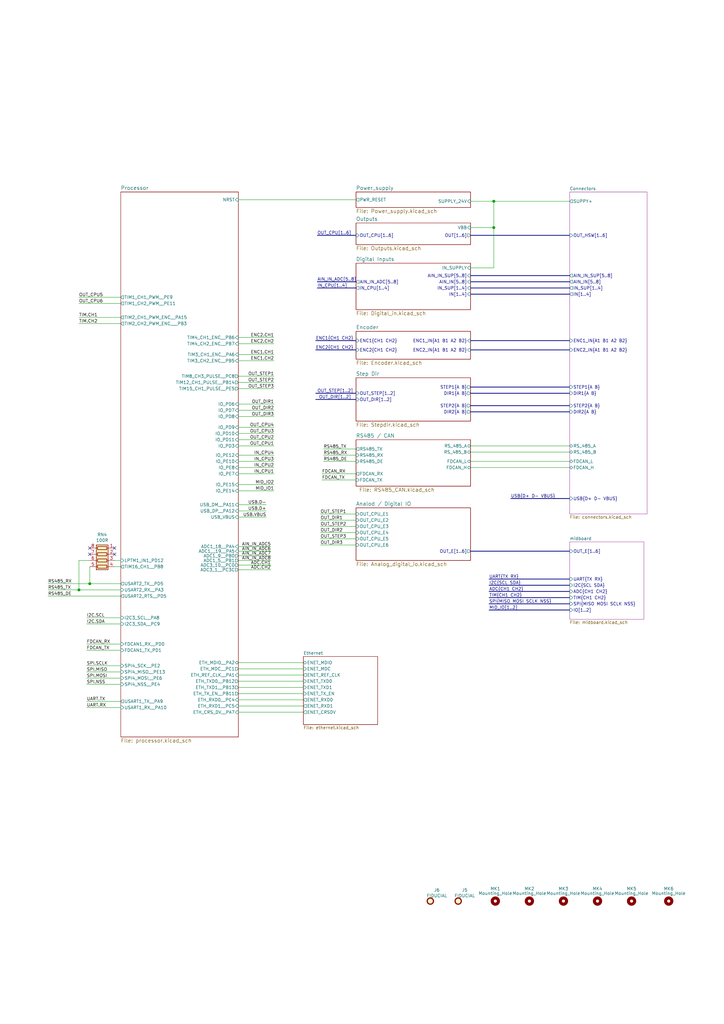
<source format=kicad_sch>
(kicad_sch (version 20201015) (generator eeschema)
  (paper "A3" portrait)
  (title_block (title "Uni printer") (date "2020-04-30") (rev "2.0") (company "Kartech") (comment 1 "jaroslaw.karwik@gmail.com"))
  (lib_symbols
    (symbol "Uni_Printer-rescue:Fiducial-Mechanical"
      (property "Reference" "FID" (at 0 5.08 0))
      (property "Value" "Fiducial-Mechanical" (at 0 3.175 0))
      (symbol "Fiducial-Mechanical_0_1"
        (circle (center 0 0) (radius 1.27) (stroke (width 0.508)) (fill (type background)))
      )
    )
    (symbol "Uni_Printer-rescue:Mounting_Hole-Sensor_tank_v1-rescue-Uni_General_v1-rescue-Uni_Printer_v1-rescue" (pin_names (offset 1.016))
      (property "Reference" "MK" (at 0 5.08 0))
      (property "Value" "Mounting_Hole-Sensor_tank_v1-rescue-Uni_General_v1-rescue-Uni_Printer_v1-rescue" (at 0 3.175 0))
      (symbol "Mounting_Hole-Sensor_tank_v1-rescue-Uni_General_v1-rescue-Uni_Printer_v1-rescue_0_1"
        (circle (center 0 0) (radius 1.27) (stroke (width 1.27)))
      )
    )
    (symbol "Uni_Printer-rescue:R_Pack04-Device" (pin_names (offset 0) hide)
      (property "Reference" "RN" (at -7.62 0 90))
      (property "Value" "R_Pack04-Device" (at 5.08 0 90))
      (symbol "R_Pack04-Device_0_1"
        (rectangle (start -5.715 1.905) (end -4.445 -1.905) (stroke (width 0.254)))
        (rectangle (start -3.175 1.905) (end -1.905 -1.905) (stroke (width 0.254)))
        (rectangle (start -0.635 1.905) (end 0.635 -1.905) (stroke (width 0.254)))
        (rectangle (start 1.905 1.905) (end 3.175 -1.905) (stroke (width 0.254)))
        (rectangle (start -6.35 -2.413) (end 3.81 2.413) (stroke (width 0.254)) (fill (type background)))
        (polyline (pts (xy -5.08 -2.54) (xy -5.08 -1.905)))
        (polyline (pts (xy -5.08 1.905) (xy -5.08 2.54)))
        (polyline (pts (xy -2.54 -2.54) (xy -2.54 -1.905)))
        (polyline (pts (xy -2.54 1.905) (xy -2.54 2.54)))
        (polyline (pts (xy 0 -2.54) (xy 0 -1.905)))
        (polyline (pts (xy 0 1.905) (xy 0 2.54)))
        (polyline (pts (xy 2.54 -2.54) (xy 2.54 -1.905)))
        (polyline (pts (xy 2.54 1.905) (xy 2.54 2.54)))
      )
      (symbol "R_Pack04-Device_1_1"
        (pin passive line (at -5.08 -5.08 90) (length 2.54) (name "R1.1") (number "1"))
        (pin passive line (at -2.54 -5.08 90) (length 2.54) (name "R2.1") (number "2"))
        (pin passive line (at 0 -5.08 90) (length 2.54) (name "R3.1") (number "3"))
        (pin passive line (at 2.54 -5.08 90) (length 2.54) (name "R4.1") (number "4"))
        (pin passive line (at 2.54 5.08 270) (length 2.54) (name "R4.2") (number "5"))
        (pin passive line (at 0 5.08 270) (length 2.54) (name "R3.2") (number "6"))
        (pin passive line (at -2.54 5.08 270) (length 2.54) (name "R2.2") (number "7"))
        (pin passive line (at -5.08 5.08 270) (length 2.54) (name "R1.2") (number "8"))
      )
    )
  )
  (junction (at 32.385 241.935) (diameter 1.016))
  (junction (at 36.83 239.395) (diameter 1.016))
  (junction (at 202.565 82.55) (diameter 1.016))
  (junction (at 202.565 93.345) (diameter 1.016))
  (no_connect (at 36.83 224.79))
  (no_connect (at 36.83 227.33))
  (no_connect (at 46.99 224.79))
  (no_connect (at 46.99 227.33))
  (wire (pts (xy 19.685 239.395) (xy 36.83 239.395)))
  (wire (pts (xy 19.685 241.935) (xy 32.385 241.935)))
  (wire (pts (xy 19.685 244.475) (xy 49.53 244.475)))
  (wire (pts (xy 32.385 124.46) (xy 49.53 124.46)))
  (wire (pts (xy 32.385 130.175) (xy 49.53 130.175)))
  (wire (pts (xy 32.385 132.715) (xy 49.53 132.715)))
  (wire (pts (xy 32.385 229.87) (xy 32.385 241.935)))
  (wire (pts (xy 32.385 241.935) (xy 49.53 241.935)))
  (wire (pts (xy 35.56 253.365) (xy 49.53 253.365)))
  (wire (pts (xy 35.56 255.905) (xy 49.53 255.905)))
  (wire (pts (xy 35.56 264.16) (xy 49.53 264.16)))
  (wire (pts (xy 35.56 266.7) (xy 49.53 266.7)))
  (wire (pts (xy 35.56 273.05) (xy 49.53 273.05)))
  (wire (pts (xy 35.56 275.59) (xy 49.53 275.59)))
  (wire (pts (xy 35.56 278.13) (xy 49.53 278.13)))
  (wire (pts (xy 35.56 280.67) (xy 49.53 280.67)))
  (wire (pts (xy 35.56 287.655) (xy 49.53 287.655)))
  (wire (pts (xy 35.56 290.195) (xy 49.53 290.195)))
  (wire (pts (xy 36.83 229.87) (xy 32.385 229.87)))
  (wire (pts (xy 36.83 232.41) (xy 36.83 239.395)))
  (wire (pts (xy 36.83 239.395) (xy 49.53 239.395)))
  (wire (pts (xy 46.99 229.87) (xy 49.53 229.87)))
  (wire (pts (xy 46.99 232.41) (xy 49.53 232.41)))
  (wire (pts (xy 49.53 121.92) (xy 32.385 121.92)))
  (wire (pts (xy 97.79 138.43) (xy 112.395 138.43)))
  (wire (pts (xy 97.79 140.97) (xy 112.395 140.97)))
  (wire (pts (xy 97.79 145.415) (xy 112.395 145.415)))
  (wire (pts (xy 97.79 147.955) (xy 112.395 147.955)))
  (wire (pts (xy 97.79 154.305) (xy 112.395 154.305)))
  (wire (pts (xy 97.79 156.845) (xy 112.395 156.845)))
  (wire (pts (xy 97.79 159.385) (xy 112.395 159.385)))
  (wire (pts (xy 97.79 165.735) (xy 112.395 165.735)))
  (wire (pts (xy 97.79 168.275) (xy 112.395 168.275)))
  (wire (pts (xy 97.79 170.815) (xy 112.395 170.815)))
  (wire (pts (xy 97.79 177.8) (xy 112.395 177.8)))
  (wire (pts (xy 97.79 182.88) (xy 112.395 182.88)))
  (wire (pts (xy 97.79 189.23) (xy 112.395 189.23)))
  (wire (pts (xy 97.79 194.31) (xy 112.395 194.31)))
  (wire (pts (xy 97.79 201.295) (xy 112.395 201.295)))
  (wire (pts (xy 97.79 207.01) (xy 109.22 207.01)))
  (wire (pts (xy 97.79 209.55) (xy 109.22 209.55)))
  (wire (pts (xy 97.79 212.09) (xy 109.22 212.09)))
  (wire (pts (xy 97.79 224.155) (xy 111.125 224.155)))
  (wire (pts (xy 97.79 226.06) (xy 111.125 226.06)))
  (wire (pts (xy 97.79 227.965) (xy 111.125 227.965)))
  (wire (pts (xy 97.79 229.87) (xy 111.125 229.87)))
  (wire (pts (xy 97.79 231.775) (xy 111.125 231.775)))
  (wire (pts (xy 97.79 233.68) (xy 111.125 233.68)))
  (wire (pts (xy 97.79 271.78) (xy 124.46 271.78)))
  (wire (pts (xy 97.79 274.32) (xy 124.46 274.32)))
  (wire (pts (xy 97.79 276.86) (xy 124.46 276.86)))
  (wire (pts (xy 97.79 279.4) (xy 124.46 279.4)))
  (wire (pts (xy 97.79 281.94) (xy 124.46 281.94)))
  (wire (pts (xy 97.79 284.48) (xy 124.46 284.48)))
  (wire (pts (xy 97.79 287.02) (xy 124.46 287.02)))
  (wire (pts (xy 97.79 289.56) (xy 124.46 289.56)))
  (wire (pts (xy 97.79 292.1) (xy 124.46 292.1)))
  (wire (pts (xy 112.395 175.26) (xy 97.79 175.26)))
  (wire (pts (xy 112.395 180.34) (xy 97.79 180.34)))
  (wire (pts (xy 112.395 186.69) (xy 97.79 186.69)))
  (wire (pts (xy 112.395 191.77) (xy 97.79 191.77)))
  (wire (pts (xy 112.395 198.755) (xy 97.79 198.755)))
  (wire (pts (xy 132.08 194.31) (xy 146.05 194.31)))
  (wire (pts (xy 132.08 196.85) (xy 146.05 196.85)))
  (wire (pts (xy 132.715 184.15) (xy 146.05 184.15)))
  (wire (pts (xy 132.715 186.69) (xy 146.05 186.69)))
  (wire (pts (xy 132.715 189.23) (xy 146.05 189.23)))
  (wire (pts (xy 146.05 81.915) (xy 97.79 81.915)))
  (wire (pts (xy 146.05 210.82) (xy 131.445 210.82)))
  (wire (pts (xy 146.05 213.36) (xy 131.445 213.36)))
  (wire (pts (xy 146.05 215.9) (xy 131.445 215.9)))
  (wire (pts (xy 146.05 218.44) (xy 131.445 218.44)))
  (wire (pts (xy 146.05 220.98) (xy 131.445 220.98)))
  (wire (pts (xy 146.05 223.52) (xy 131.445 223.52)))
  (wire (pts (xy 193.04 82.55) (xy 202.565 82.55)))
  (wire (pts (xy 193.04 93.345) (xy 202.565 93.345)))
  (wire (pts (xy 193.04 109.855) (xy 202.565 109.855)))
  (wire (pts (xy 193.04 182.88) (xy 233.68 182.88)))
  (wire (pts (xy 193.04 185.42) (xy 233.68 185.42)))
  (wire (pts (xy 193.04 189.23) (xy 233.68 189.23)))
  (wire (pts (xy 193.04 191.77) (xy 233.68 191.77)))
  (wire (pts (xy 202.565 82.55) (xy 233.68 82.55)))
  (wire (pts (xy 202.565 93.345) (xy 202.565 82.55)))
  (wire (pts (xy 202.565 109.855) (xy 202.565 93.345)))
  (bus (pts (xy 129.54 139.7) (xy 146.05 139.7)))
  (bus (pts (xy 129.54 143.51) (xy 146.05 143.51)))
  (bus (pts (xy 129.54 161.29) (xy 146.05 161.29)))
  (bus (pts (xy 129.54 163.83) (xy 146.05 163.83)))
  (bus (pts (xy 130.175 96.52) (xy 146.05 96.52)))
  (bus (pts (xy 130.175 115.57) (xy 146.05 115.57)))
  (bus (pts (xy 130.175 118.11) (xy 146.05 118.11)))
  (bus (pts (xy 193.04 96.52) (xy 233.68 96.52)))
  (bus (pts (xy 193.04 113.03) (xy 233.68 113.03)))
  (bus (pts (xy 193.04 115.57) (xy 233.68 115.57)))
  (bus (pts (xy 193.04 118.11) (xy 233.68 118.11)))
  (bus (pts (xy 193.04 120.65) (xy 233.68 120.65)))
  (bus (pts (xy 193.04 139.7) (xy 233.68 139.7)))
  (bus (pts (xy 193.04 143.51) (xy 233.68 143.51)))
  (bus (pts (xy 193.04 158.75) (xy 233.68 158.75)))
  (bus (pts (xy 193.04 161.29) (xy 233.68 161.29)))
  (bus (pts (xy 193.04 166.37) (xy 233.68 166.37)))
  (bus (pts (xy 193.04 168.91) (xy 233.68 168.91)))
  (bus (pts (xy 193.04 226.06) (xy 233.68 226.06)))
  (bus (pts (xy 200.66 237.49) (xy 233.68 237.49)))
  (bus (pts (xy 200.66 240.03) (xy 233.68 240.03)))
  (bus (pts (xy 200.66 242.57) (xy 233.68 242.57)))
  (bus (pts (xy 200.66 245.11) (xy 233.68 245.11)))
  (bus (pts (xy 200.66 247.65) (xy 233.68 247.65)))
  (bus (pts (xy 200.66 250.19) (xy 233.68 250.19)))
  (bus (pts (xy 209.55 204.47) (xy 233.68 204.47)))
  (label "RS485_RX" (at 19.685 239.395 0))
  (label "RS485_TX" (at 19.685 241.935 0))
  (label "RS485_DE" (at 19.685 244.475 0))
  (label "OUT_CPU5" (at 32.385 121.92 0))
  (label "OUT_CPU6" (at 32.385 124.46 0))
  (label "TIM.CH1" (at 32.385 130.175 0))
  (label "TIM.CH2" (at 32.385 132.715 0))
  (label "I2C.SCL" (at 35.56 253.365 0))
  (label "I2C.SDA" (at 35.56 255.905 0))
  (label "FDCAN_RX" (at 35.56 264.16 0))
  (label "FDCAN_TX" (at 35.56 266.7 0))
  (label "SPI.SCLK" (at 35.56 273.05 0))
  (label "SPI.MISO" (at 35.56 275.59 0))
  (label "SPI.MOSI" (at 35.56 278.13 0))
  (label "SPI.NSS" (at 35.56 280.67 0))
  (label "UART.TX" (at 35.56 287.655 0))
  (label "UART.RX" (at 35.56 290.195 0))
  (label "USB.D-" (at 109.22 207.01 180))
  (label "USB.D+" (at 109.22 209.55 180))
  (label "USB.VBUS" (at 109.22 212.09 180))
  (label "AIN_IN_ADC5" (at 111.125 224.155 180))
  (label "AIN_IN_ADC6" (at 111.125 226.06 180))
  (label "AIN_IN_ADC7" (at 111.125 227.965 180))
  (label "AIN_IN_ADC8" (at 111.125 229.87 180))
  (label "ADC.CH1" (at 111.125 231.775 180))
  (label "ADC.CH2" (at 111.125 233.68 180))
  (label "ENC2.CH1" (at 112.395 138.43 180))
  (label "ENC2.CH2" (at 112.395 140.97 180))
  (label "ENC1.CH1" (at 112.395 145.415 180))
  (label "ENC1.CH2" (at 112.395 147.955 180))
  (label "OUT_STEP1" (at 112.395 154.305 180))
  (label "OUT_STEP2" (at 112.395 156.845 180))
  (label "OUT_STEP3" (at 112.395 159.385 180))
  (label "OUT_DIR1" (at 112.395 165.735 180))
  (label "OUT_DIR2" (at 112.395 168.275 180))
  (label "OUT_DIR3" (at 112.395 170.815 180))
  (label "OUT_CPU4" (at 112.395 175.26 180))
  (label "OUT_CPU3" (at 112.395 177.8 180))
  (label "OUT_CPU2" (at 112.395 180.34 180))
  (label "OUT_CPU1" (at 112.395 182.88 180))
  (label "IN_CPU4" (at 112.395 186.69 180))
  (label "IN_CPU3" (at 112.395 189.23 180))
  (label "IN_CPU2" (at 112.395 191.77 180))
  (label "IN_CPU1" (at 112.395 194.31 180))
  (label "MID_IO2" (at 112.395 198.755 180))
  (label "MID_IO1" (at 112.395 201.295 180))
  (label "ENC1{CH1 CH2}" (at 129.54 139.7 0))
  (label "ENC2{CH1 CH2}" (at 129.54 143.51 0))
  (label "OUT_CPU[1..6]" (at 130.175 96.52 0))
  (label "AIN_IN_ADC[5..8]" (at 130.175 115.57 0))
  (label "IN_CPU[1..4]" (at 130.175 118.11 0))
  (label "OUT_STEP[1..2]" (at 130.175 161.29 0))
  (label "OUT_DIR[1..2]" (at 130.81 163.83 0))
  (label "OUT_STEP1" (at 131.445 210.82 0))
  (label "OUT_DIR1" (at 131.445 213.36 0))
  (label "OUT_STEP2" (at 131.445 215.9 0))
  (label "OUT_DIR2" (at 131.445 218.44 0))
  (label "OUT_STEP3" (at 131.445 220.98 0))
  (label "OUT_DIR3" (at 131.445 223.52 0))
  (label "FDCAN_RX" (at 132.08 194.31 0))
  (label "FDCAN_TX" (at 132.08 196.85 0))
  (label "RS485_TX" (at 132.715 184.15 0))
  (label "RS485_RX" (at 132.715 186.69 0))
  (label "RS485_DE" (at 132.715 189.23 0))
  (label "UART{TX RX}" (at 200.66 237.49 0))
  (label "I2C{SCL SDA}" (at 200.66 240.03 0))
  (label "ADC{CH1 CH2}" (at 200.66 242.57 0))
  (label "TIM{CH1 CH2}" (at 200.66 245.11 0))
  (label "SPI{MISO MOSI SCLK NSS}" (at 200.66 247.65 0))
  (label "MID_IO[1..2]" (at 200.66 250.19 0))
  (label "USB{D+ D- VBUS}" (at 209.55 204.47 0))
  (symbol (lib_id "Uni_Printer-rescue:Fiducial-Mechanical") (at 176.53 369.57 0) (unit 1)
    (property "Reference" "J6" (at 179.2224 365.0488 0))
    (property "Value" "FIDUCIAL" (at 179.2224 367.3602 0))
    (property "Footprint" "Fiducials:Fiducial_1mm_Dia_2mm_Outer" (effects hide))
  )
  (symbol (lib_id "Uni_Printer-rescue:Fiducial-Mechanical") (at 187.96 369.57 0) (unit 1)
    (property "Reference" "J5" (at 190.6524 365.0488 0))
    (property "Value" "FIDUCIAL" (at 190.6524 367.3602 0))
    (property "Footprint" "Fiducials:Fiducial_1mm_Dia_2mm_Outer" (effects hide))
  )
  (symbol (lib_id "Uni_Printer-rescue:Mounting_Hole-Sensor_tank_v1-rescue-Uni_General_v1-rescue-Uni_Printer_v1-rescue") (at 203.2 369.57 0) (unit 1)
    (property "Reference" "MK1" (at 203.2 364.49 0))
    (property "Value" "Mounting_Hole" (at 203.2 366.395 0))
    (property "Footprint" "MountingHole:MountingHole_3.2mm_M3" (effects hide))
  )
  (symbol (lib_id "Uni_Printer-rescue:Mounting_Hole-Sensor_tank_v1-rescue-Uni_General_v1-rescue-Uni_Printer_v1-rescue") (at 217.17 369.57 0) (unit 1)
    (property "Reference" "MK2" (at 217.17 364.49 0))
    (property "Value" "Mounting_Hole" (at 217.17 366.395 0))
    (property "Footprint" "MountingHole:MountingHole_3.2mm_M3" (effects hide))
  )
  (symbol (lib_id "Uni_Printer-rescue:Mounting_Hole-Sensor_tank_v1-rescue-Uni_General_v1-rescue-Uni_Printer_v1-rescue") (at 231.14 369.57 0) (unit 1)
    (property "Reference" "MK3" (at 231.14 364.49 0))
    (property "Value" "Mounting_Hole" (at 231.14 366.395 0))
    (property "Footprint" "MountingHole:MountingHole_3.2mm_M3" (effects hide))
  )
  (symbol (lib_id "Uni_Printer-rescue:Mounting_Hole-Sensor_tank_v1-rescue-Uni_General_v1-rescue-Uni_Printer_v1-rescue") (at 245.11 369.57 0) (unit 1)
    (property "Reference" "MK4" (at 245.11 364.49 0))
    (property "Value" "Mounting_Hole" (at 245.11 366.395 0))
    (property "Footprint" "MountingHole:MountingHole_3.2mm_M3" (effects hide))
  )
  (symbol (lib_id "Uni_Printer-rescue:Mounting_Hole-Sensor_tank_v1-rescue-Uni_General_v1-rescue-Uni_Printer_v1-rescue") (at 259.08 369.57 0) (unit 1)
    (property "Reference" "MK5" (at 259.08 364.49 0))
    (property "Value" "Mounting_Hole" (at 259.08 366.395 0))
    (property "Footprint" "MountingHole:MountingHole_3.2mm_M3" (effects hide))
  )
  (symbol (lib_id "Uni_Printer-rescue:Mounting_Hole-Sensor_tank_v1-rescue-Uni_General_v1-rescue-Uni_Printer_v1-rescue") (at 274.32 369.57 0) (unit 1)
    (property "Reference" "MK6" (at 274.32 364.49 0))
    (property "Value" "Mounting_Hole" (at 274.32 366.395 0))
    (property "Footprint" "MountingHole:MountingHole_3.2mm_M3" (effects hide))
  )
  (symbol (lib_id "Uni_Printer-rescue:R_Pack04-Device") (at 41.91 229.87 90) (mirror x) (unit 1)
    (property "Reference" "RN4" (at 41.91 219.2782 90))
    (property "Value" "100R" (at 41.91 221.5896 90))
    (property "Footprint" "moje:R_Array_Convex_4x0603" (effects hide))
    (property "TME" "DR1206-100R-4/8" (effects hide))
  )
  (sheet (at 146.05 208.28) (size 46.99 21.59)
    (property "Sheet name" "Analod / Digital IO" (at 146.05 207.5175 0) (effects (font (size 1.524 1.524)) (justify left bottom)))
    (property "Sheet file" "Analog_digital_io.kicad_sch" (at 146.05 230.4801 0) (effects (font (size 1.524 1.524)) (justify left top)))
    (pin "OUT_E[1..6]" output (at 193.04 226.06 0))
    (pin "OUT_CPU_E4" input (at 146.05 218.44 180))
    (pin "OUT_CPU_E2" input (at 146.05 213.36 180))
    (pin "OUT_CPU_E3" input (at 146.05 215.9 180))
    (pin "OUT_CPU_E1" input (at 146.05 210.82 180))
    (pin "OUT_CPU_E5" input (at 146.05 220.98 180))
    (pin "OUT_CPU_E6" input (at 146.05 223.52 180))
  )
  (sheet (at 233.68 78.74) (size 31.75 132.08) (stroke (width 0.001) (color 132 0 132 1)) (fill (color 255 255 255 0.0000))
    (property "Sheet name" "Connectors" (at 233.68 78.1041 0) (effects (justify left bottom)))
    (property "Sheet file" "connectors.kicad_sch" (at 233.68 211.3289 0) (effects (justify left top)))
    (pin "SUPPY+" output (at 233.68 82.55 180))
    (pin "IN[1..4]" output (at 233.68 120.65 180))
    (pin "IN_SUP[1..4]" output (at 233.68 118.11 180))
    (pin "AIN_IN[5..8]" output (at 233.68 115.57 180))
    (pin "AIN_IN_SUP[5..8]" output (at 233.68 113.03 180))
    (pin "RS_485_A" bidirectional (at 233.68 182.88 180))
    (pin "FDCAN_L" bidirectional (at 233.68 189.23 180))
    (pin "FDCAN_H" bidirectional (at 233.68 191.77 180))
    (pin "RS_485_B" bidirectional (at 233.68 185.42 180))
    (pin "STEP1{A B}" input (at 233.68 158.75 180))
    (pin "DIR1{A B}" input (at 233.68 161.29 180))
    (pin "ENC1_IN{A1 B1 A2 B2}" input (at 233.68 139.7 180))
    (pin "ENC2_IN{A1 B1 A2 B2}" input (at 233.68 143.51 180))
    (pin "STEP2{A B}" input (at 233.68 166.37 180))
    (pin "DIR2{A B}" input (at 233.68 168.91 180))
    (pin "USB{D+ D- VBUS}" input (at 233.68 204.47 180))
    (pin "OUT_HSW[1..6]" input (at 233.68 96.52 180))
  )
  (sheet (at 146.05 107.95) (size 46.99 19.05)
    (property "Sheet name" "Digital Inputs" (at 146.05 107.1875 0) (effects (font (size 1.524 1.524)) (justify left bottom)))
    (property "Sheet file" "Digital_in.kicad_sch" (at 146.05 127.6101 0) (effects (font (size 1.524 1.524)) (justify left top)))
    (pin "AIN_IN[5..8]" input (at 193.04 115.57 0))
    (pin "AIN_IN_SUP[5..8]" input (at 193.04 113.03 0))
    (pin "AIN_IN_ADC[5..8]" output (at 146.05 115.57 180))
    (pin "IN[1..4]" input (at 193.04 120.65 0))
    (pin "IN_CPU[1..4]" output (at 146.05 118.11 180))
    (pin "IN_SUP[1..4]" input (at 193.04 118.11 0))
    (pin "IN_SUPPLY" input (at 193.04 109.855 0))
  )
  (sheet (at 146.05 135.89) (size 46.99 11.43)
    (property "Sheet name" "Encoder" (at 146.05 135.1275 0) (effects (font (size 1.524 1.524)) (justify left bottom)))
    (property "Sheet file" "Encoder.kicad_sch" (at 146.05 147.9301 0) (effects (font (size 1.524 1.524)) (justify left top)))
    (pin "ENC1{CH1 CH2}" input (at 146.05 139.7 180))
    (pin "ENC1_IN{A1 B1 A2 B2}" input (at 193.04 139.7 0))
    (pin "ENC2{CH1 CH2}" input (at 146.05 143.51 180))
    (pin "ENC2_IN{A1 B1 A2 B2}" input (at 193.04 143.51 0))
  )
  (sheet (at 124.46 269.24) (size 30.48 27.94)
    (property "Sheet name" "Ethernet" (at 124.46 268.6045 0) (effects (justify left bottom)))
    (property "Sheet file" "ethernet.kicad_sch" (at 124.46 297.6885 0) (effects (justify left top)))
    (pin "ENET_MDIO" bidirectional (at 124.46 271.78 180))
    (pin "ENET_MDC" input (at 124.46 274.32 180))
    (pin "ENET_REF_CLK" output (at 124.46 276.86 180))
    (pin "ENET_TXD0" input (at 124.46 279.4 180))
    (pin "ENET_TXD1" input (at 124.46 281.94 180))
    (pin "ENET_TX_EN" input (at 124.46 284.48 180))
    (pin "ENET_RXD0" output (at 124.46 287.02 180))
    (pin "ENET_RXD1" output (at 124.46 289.56 180))
    (pin "ENET_CRSDV" output (at 124.46 292.1 180))
  )
  (sheet (at 146.05 91.44) (size 46.99 8.89)
    (property "Sheet name" "Outputs" (at 146.05 90.6775 0) (effects (font (size 1.524 1.524)) (justify left bottom)))
    (property "Sheet file" "Outputs.kicad_sch" (at 146.05 100.9401 0) (effects (font (size 1.524 1.524)) (justify left top)))
    (pin "OUT_CPU[1..6]" input (at 146.05 96.52 180))
    (pin "OUT[1..6]" output (at 193.04 96.52 0))
    (pin "VBB" input (at 193.04 93.345 0))
  )
  (sheet (at 146.05 78.74) (size 46.99 6.35)
    (property "Sheet name" "Power_supply" (at 146.05 77.9775 0) (effects (font (size 1.524 1.524)) (justify left bottom)))
    (property "Sheet file" "Power_supply.kicad_sch" (at 146.05 85.7001 0) (effects (font (size 1.524 1.524)) (justify left top)))
    (pin "SUPPLY_24V" input (at 193.04 82.55 0))
    (pin "PWR_RESET" output (at 146.05 81.915 180))
  )
  (sheet (at 49.53 78.74) (size 48.26 223.52)
    (property "Sheet name" "Processor" (at 49.53 77.9775 0) (effects (font (size 1.524 1.524)) (justify left bottom)))
    (property "Sheet file" "processor.kicad_sch" (at 49.53 302.8701 0) (effects (font (size 1.524 1.524)) (justify left top)))
    (pin "USB_VBUS" input (at 97.79 212.09 0))
    (pin "ETH_RXD1__PC5" input (at 97.79 289.56 0))
    (pin "ETH_RXD0__PC4" input (at 97.79 287.02 0))
    (pin "ETH_TX_EN__PB11" output (at 97.79 284.48 0))
    (pin "ETH_TXD0__PB12" output (at 97.79 279.4 0))
    (pin "ETH_TXD1__PB13" output (at 97.79 281.94 0))
    (pin "ETH_MDIO__PA2" bidirectional (at 97.79 271.78 0))
    (pin "ETH_REF_CLK__PA1" input (at 97.79 276.86 0))
    (pin "ETH_CRS_DV__PA7" input (at 97.79 292.1 0))
    (pin "ETH_MDC__PC1" output (at 97.79 274.32 0))
    (pin "SPI4_SCK__PE2" input (at 49.53 273.05 180))
    (pin "FDCAN1_RX__PD0" input (at 49.53 264.16 180))
    (pin "FDCAN1_TX_PD1" input (at 49.53 266.7 180))
    (pin "SPI4_MISO__PE13" input (at 49.53 275.59 180))
    (pin "SPI4_MOSI__PE6" input (at 49.53 278.13 180))
    (pin "SPI4_NSS__PE4" input (at 49.53 280.67 180))
    (pin "USART2_TX__PD5" output (at 49.53 239.395 180))
    (pin "USART2_RTS__PD5" output (at 49.53 244.475 180))
    (pin "USART2_RX__PA3" input (at 49.53 241.935 180))
    (pin "TIM1_CH1_PWM__PE9" output (at 49.53 121.92 180))
    (pin "TIM1_CH2_PWM__PE11" output (at 49.53 124.46 180))
    (pin "TIM2_CH1_PWM_ENC__PA15" output (at 49.53 130.175 180))
    (pin "TIM2_CH2_PWM_ENC___PB3" output (at 49.53 132.715 180))
    (pin "USART1_TX__PA9" output (at 49.53 287.655 180))
    (pin "USART1_RX__PA10" input (at 49.53 290.195 180))
    (pin "USB_DM__PA11" input (at 97.79 207.01 0))
    (pin "USB_DP__PA12" input (at 97.79 209.55 0))
    (pin "TIM4_CH1_ENC__PB6" input (at 97.79 138.43 0))
    (pin "TIM4_CH2_ENC__PB7" input (at 97.79 140.97 0))
    (pin "TIM3_CH1_ENC__PA6" input (at 97.79 145.415 0))
    (pin "TIM3_CH2_ENC__PB5" input (at 97.79 147.955 0))
    (pin "TIM15_CH1_PULSE__PE5" output (at 97.79 159.385 0))
    (pin "TIM12_CH1_PULSE__PB14" output (at 97.79 156.845 0))
    (pin "TIM8_CH3_PULSE__PC8" output (at 97.79 154.305 0))
    (pin "ADC1_18__PA4" input (at 97.79 224.155 0))
    (pin "ADC1__19__PA5" input (at 97.79 226.06 0))
    (pin "ADC1_9__PB0" output (at 97.79 227.965 0))
    (pin "ADC1_5__PB1" output (at 97.79 229.87 0))
    (pin "ADC3_10__PC0" output (at 97.79 231.775 0))
    (pin "ADC3_1__PC3C" output (at 97.79 233.68 0))
    (pin "LPTM1_IN1_PD12" input (at 49.53 229.87 180))
    (pin "IO_PD9" input (at 97.79 175.26 0))
    (pin "IO_PD10" input (at 97.79 177.8 0))
    (pin "IO_PD11" input (at 97.79 180.34 0))
    (pin "IO_PD7" input (at 97.79 168.275 0))
    (pin "IO_PD6" input (at 97.79 165.735 0))
    (pin "IO_PD8" input (at 97.79 170.815 0))
    (pin "IO_PE14" input (at 97.79 201.295 0))
    (pin "IO_PE15" input (at 97.79 198.755 0))
    (pin "IO_PE12" input (at 97.79 186.69 0))
    (pin "IO_PE10" input (at 97.79 189.23 0))
    (pin "IO_PE8" input (at 97.79 191.77 0))
    (pin "IO_PE7" input (at 97.79 194.31 0))
    (pin "IO_PD3" input (at 97.79 182.88 0))
    (pin "TIM16_CH1__PB8" output (at 49.53 232.41 180))
    (pin "I2C3_SCL__PA8" input (at 49.53 253.365 180))
    (pin "I2C3_SDA__PC9" input (at 49.53 255.905 180))
    (pin "NRST" input (at 97.79 81.915 0))
  )
  (sheet (at 146.05 180.34) (size 46.99 19.05)
    (property "Sheet name" "RS485 / CAN" (at 146.05 179.5775 0) (effects (font (size 1.524 1.524)) (justify left bottom)))
    (property "Sheet file" "RS485_CAN.kicad_sch" (at 147.32 200.0001 0) (effects (font (size 1.524 1.524)) (justify left top)))
    (pin "FDCAN_L" bidirectional (at 193.04 189.23 0))
    (pin "RS_485_A" bidirectional (at 193.04 182.88 0))
    (pin "RS_485_B" bidirectional (at 193.04 185.42 0))
    (pin "FDCAN_H" bidirectional (at 193.04 191.77 0))
    (pin "RS485_RX" input (at 146.05 186.69 180))
    (pin "RS485_TX" output (at 146.05 184.15 180))
    (pin "RS485_DE" input (at 146.05 189.23 180))
    (pin "FDCAN_TX" input (at 146.05 196.85 180))
    (pin "FDCAN_RX" output (at 146.05 194.31 180))
  )
  (sheet (at 146.05 154.94) (size 46.99 17.78)
    (property "Sheet name" "Step Dir" (at 146.05 154.1775 0) (effects (font (size 1.524 1.524)) (justify left bottom)))
    (property "Sheet file" "Stepdir.kicad_sch" (at 146.05 173.3301 0) (effects (font (size 1.524 1.524)) (justify left top)))
    (pin "STEP2{A B}" output (at 193.04 166.37 0))
    (pin "DIR1{A B}" output (at 193.04 161.29 0))
    (pin "STEP1{A B}" output (at 193.04 158.75 0))
    (pin "DIR2{A B}" output (at 193.04 168.91 0))
    (pin "OUT_STEP[1..2]" input (at 146.05 161.29 180))
    (pin "OUT_DIR[1..2]" input (at 146.05 163.83 180))
  )
  (sheet (at 233.68 222.25) (size 30.48 31.75) (stroke (width 0.001) (color 132 0 132 1)) (fill (color 255 255 255 0.0000))
    (property "Sheet name" "midboard" (at 233.68 221.6141 0) (effects (justify left bottom)))
    (property "Sheet file" "midboard.kicad_sch" (at 233.68 254.5089 0) (effects (justify left top)))
    (pin "OUT_E[1..6]" input (at 233.68 226.06 180))
    (pin "UART{TX RX}" input (at 233.68 237.49 180))
    (pin "I2C{SCL SDA}" input (at 233.68 240.03 180))
    (pin "ADC{CH1 CH2}" input (at 233.68 242.57 180))
    (pin "TIM{CH1 CH2}" input (at 233.68 245.11 180))
    (pin "SPI{MISO MOSI SCLK NSS}" input (at 233.68 247.65 180))
    (pin "IO[1..2]" input (at 233.68 250.19 180))
  )
)
</source>
